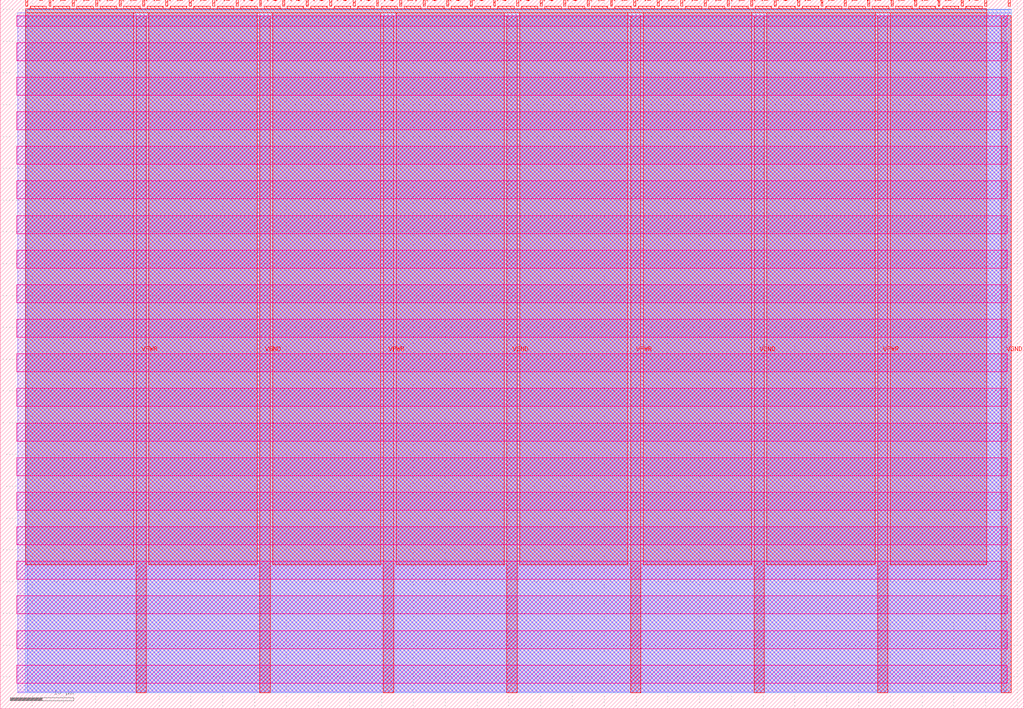
<source format=lef>
VERSION 5.7 ;
  NOWIREEXTENSIONATPIN ON ;
  DIVIDERCHAR "/" ;
  BUSBITCHARS "[]" ;
MACRO tt_um_alexsegura_pong
  CLASS BLOCK ;
  FOREIGN tt_um_alexsegura_pong ;
  ORIGIN 0.000 0.000 ;
  SIZE 161.000 BY 111.520 ;
  PIN VGND
    DIRECTION INOUT ;
    USE GROUND ;
    PORT
      LAYER met4 ;
        RECT 40.830 2.480 42.430 109.040 ;
    END
    PORT
      LAYER met4 ;
        RECT 79.700 2.480 81.300 109.040 ;
    END
    PORT
      LAYER met4 ;
        RECT 118.570 2.480 120.170 109.040 ;
    END
    PORT
      LAYER met4 ;
        RECT 157.440 2.480 159.040 109.040 ;
    END
  END VGND
  PIN VPWR
    DIRECTION INOUT ;
    USE POWER ;
    PORT
      LAYER met4 ;
        RECT 21.395 2.480 22.995 109.040 ;
    END
    PORT
      LAYER met4 ;
        RECT 60.265 2.480 61.865 109.040 ;
    END
    PORT
      LAYER met4 ;
        RECT 99.135 2.480 100.735 109.040 ;
    END
    PORT
      LAYER met4 ;
        RECT 138.005 2.480 139.605 109.040 ;
    END
  END VPWR
  PIN clk
    DIRECTION INPUT ;
    USE SIGNAL ;
    ANTENNAGATEAREA 0.852000 ;
    PORT
      LAYER met4 ;
        RECT 154.870 110.520 155.170 111.520 ;
    END
  END clk
  PIN ena
    DIRECTION INPUT ;
    USE SIGNAL ;
    PORT
      LAYER met4 ;
        RECT 158.550 110.520 158.850 111.520 ;
    END
  END ena
  PIN rst_n
    DIRECTION INPUT ;
    USE SIGNAL ;
    ANTENNAGATEAREA 0.126000 ;
    PORT
      LAYER met4 ;
        RECT 151.190 110.520 151.490 111.520 ;
    END
  END rst_n
  PIN ui_in[0]
    DIRECTION INPUT ;
    USE SIGNAL ;
    ANTENNAGATEAREA 0.196500 ;
    PORT
      LAYER met4 ;
        RECT 147.510 110.520 147.810 111.520 ;
    END
  END ui_in[0]
  PIN ui_in[1]
    DIRECTION INPUT ;
    USE SIGNAL ;
    ANTENNAGATEAREA 0.196500 ;
    PORT
      LAYER met4 ;
        RECT 143.830 110.520 144.130 111.520 ;
    END
  END ui_in[1]
  PIN ui_in[2]
    DIRECTION INPUT ;
    USE SIGNAL ;
    ANTENNAGATEAREA 0.196500 ;
    PORT
      LAYER met4 ;
        RECT 140.150 110.520 140.450 111.520 ;
    END
  END ui_in[2]
  PIN ui_in[3]
    DIRECTION INPUT ;
    USE SIGNAL ;
    ANTENNAGATEAREA 0.196500 ;
    PORT
      LAYER met4 ;
        RECT 136.470 110.520 136.770 111.520 ;
    END
  END ui_in[3]
  PIN ui_in[4]
    DIRECTION INPUT ;
    USE SIGNAL ;
    PORT
      LAYER met4 ;
        RECT 132.790 110.520 133.090 111.520 ;
    END
  END ui_in[4]
  PIN ui_in[5]
    DIRECTION INPUT ;
    USE SIGNAL ;
    PORT
      LAYER met4 ;
        RECT 129.110 110.520 129.410 111.520 ;
    END
  END ui_in[5]
  PIN ui_in[6]
    DIRECTION INPUT ;
    USE SIGNAL ;
    PORT
      LAYER met4 ;
        RECT 125.430 110.520 125.730 111.520 ;
    END
  END ui_in[6]
  PIN ui_in[7]
    DIRECTION INPUT ;
    USE SIGNAL ;
    PORT
      LAYER met4 ;
        RECT 121.750 110.520 122.050 111.520 ;
    END
  END ui_in[7]
  PIN uio_in[0]
    DIRECTION INPUT ;
    USE SIGNAL ;
    PORT
      LAYER met4 ;
        RECT 118.070 110.520 118.370 111.520 ;
    END
  END uio_in[0]
  PIN uio_in[1]
    DIRECTION INPUT ;
    USE SIGNAL ;
    PORT
      LAYER met4 ;
        RECT 114.390 110.520 114.690 111.520 ;
    END
  END uio_in[1]
  PIN uio_in[2]
    DIRECTION INPUT ;
    USE SIGNAL ;
    PORT
      LAYER met4 ;
        RECT 110.710 110.520 111.010 111.520 ;
    END
  END uio_in[2]
  PIN uio_in[3]
    DIRECTION INPUT ;
    USE SIGNAL ;
    PORT
      LAYER met4 ;
        RECT 107.030 110.520 107.330 111.520 ;
    END
  END uio_in[3]
  PIN uio_in[4]
    DIRECTION INPUT ;
    USE SIGNAL ;
    PORT
      LAYER met4 ;
        RECT 103.350 110.520 103.650 111.520 ;
    END
  END uio_in[4]
  PIN uio_in[5]
    DIRECTION INPUT ;
    USE SIGNAL ;
    PORT
      LAYER met4 ;
        RECT 99.670 110.520 99.970 111.520 ;
    END
  END uio_in[5]
  PIN uio_in[6]
    DIRECTION INPUT ;
    USE SIGNAL ;
    PORT
      LAYER met4 ;
        RECT 95.990 110.520 96.290 111.520 ;
    END
  END uio_in[6]
  PIN uio_in[7]
    DIRECTION INPUT ;
    USE SIGNAL ;
    PORT
      LAYER met4 ;
        RECT 92.310 110.520 92.610 111.520 ;
    END
  END uio_in[7]
  PIN uio_oe[0]
    DIRECTION OUTPUT TRISTATE ;
    USE SIGNAL ;
    PORT
      LAYER met4 ;
        RECT 29.750 110.520 30.050 111.520 ;
    END
  END uio_oe[0]
  PIN uio_oe[1]
    DIRECTION OUTPUT TRISTATE ;
    USE SIGNAL ;
    PORT
      LAYER met4 ;
        RECT 26.070 110.520 26.370 111.520 ;
    END
  END uio_oe[1]
  PIN uio_oe[2]
    DIRECTION OUTPUT TRISTATE ;
    USE SIGNAL ;
    PORT
      LAYER met4 ;
        RECT 22.390 110.520 22.690 111.520 ;
    END
  END uio_oe[2]
  PIN uio_oe[3]
    DIRECTION OUTPUT TRISTATE ;
    USE SIGNAL ;
    PORT
      LAYER met4 ;
        RECT 18.710 110.520 19.010 111.520 ;
    END
  END uio_oe[3]
  PIN uio_oe[4]
    DIRECTION OUTPUT TRISTATE ;
    USE SIGNAL ;
    PORT
      LAYER met4 ;
        RECT 15.030 110.520 15.330 111.520 ;
    END
  END uio_oe[4]
  PIN uio_oe[5]
    DIRECTION OUTPUT TRISTATE ;
    USE SIGNAL ;
    PORT
      LAYER met4 ;
        RECT 11.350 110.520 11.650 111.520 ;
    END
  END uio_oe[5]
  PIN uio_oe[6]
    DIRECTION OUTPUT TRISTATE ;
    USE SIGNAL ;
    PORT
      LAYER met4 ;
        RECT 7.670 110.520 7.970 111.520 ;
    END
  END uio_oe[6]
  PIN uio_oe[7]
    DIRECTION OUTPUT TRISTATE ;
    USE SIGNAL ;
    PORT
      LAYER met4 ;
        RECT 3.990 110.520 4.290 111.520 ;
    END
  END uio_oe[7]
  PIN uio_out[0]
    DIRECTION OUTPUT TRISTATE ;
    USE SIGNAL ;
    PORT
      LAYER met4 ;
        RECT 59.190 110.520 59.490 111.520 ;
    END
  END uio_out[0]
  PIN uio_out[1]
    DIRECTION OUTPUT TRISTATE ;
    USE SIGNAL ;
    PORT
      LAYER met4 ;
        RECT 55.510 110.520 55.810 111.520 ;
    END
  END uio_out[1]
  PIN uio_out[2]
    DIRECTION OUTPUT TRISTATE ;
    USE SIGNAL ;
    PORT
      LAYER met4 ;
        RECT 51.830 110.520 52.130 111.520 ;
    END
  END uio_out[2]
  PIN uio_out[3]
    DIRECTION OUTPUT TRISTATE ;
    USE SIGNAL ;
    PORT
      LAYER met4 ;
        RECT 48.150 110.520 48.450 111.520 ;
    END
  END uio_out[3]
  PIN uio_out[4]
    DIRECTION OUTPUT TRISTATE ;
    USE SIGNAL ;
    PORT
      LAYER met4 ;
        RECT 44.470 110.520 44.770 111.520 ;
    END
  END uio_out[4]
  PIN uio_out[5]
    DIRECTION OUTPUT TRISTATE ;
    USE SIGNAL ;
    PORT
      LAYER met4 ;
        RECT 40.790 110.520 41.090 111.520 ;
    END
  END uio_out[5]
  PIN uio_out[6]
    DIRECTION OUTPUT TRISTATE ;
    USE SIGNAL ;
    PORT
      LAYER met4 ;
        RECT 37.110 110.520 37.410 111.520 ;
    END
  END uio_out[6]
  PIN uio_out[7]
    DIRECTION OUTPUT TRISTATE ;
    USE SIGNAL ;
    PORT
      LAYER met4 ;
        RECT 33.430 110.520 33.730 111.520 ;
    END
  END uio_out[7]
  PIN uo_out[0]
    DIRECTION OUTPUT TRISTATE ;
    USE SIGNAL ;
    ANTENNADIFFAREA 0.445500 ;
    PORT
      LAYER met4 ;
        RECT 88.630 110.520 88.930 111.520 ;
    END
  END uo_out[0]
  PIN uo_out[1]
    DIRECTION OUTPUT TRISTATE ;
    USE SIGNAL ;
    ANTENNADIFFAREA 0.445500 ;
    PORT
      LAYER met4 ;
        RECT 84.950 110.520 85.250 111.520 ;
    END
  END uo_out[1]
  PIN uo_out[2]
    DIRECTION OUTPUT TRISTATE ;
    USE SIGNAL ;
    ANTENNADIFFAREA 0.445500 ;
    PORT
      LAYER met4 ;
        RECT 81.270 110.520 81.570 111.520 ;
    END
  END uo_out[2]
  PIN uo_out[3]
    DIRECTION OUTPUT TRISTATE ;
    USE SIGNAL ;
    ANTENNADIFFAREA 0.445500 ;
    PORT
      LAYER met4 ;
        RECT 77.590 110.520 77.890 111.520 ;
    END
  END uo_out[3]
  PIN uo_out[4]
    DIRECTION OUTPUT TRISTATE ;
    USE SIGNAL ;
    ANTENNADIFFAREA 0.445500 ;
    PORT
      LAYER met4 ;
        RECT 73.910 110.520 74.210 111.520 ;
    END
  END uo_out[4]
  PIN uo_out[5]
    DIRECTION OUTPUT TRISTATE ;
    USE SIGNAL ;
    ANTENNADIFFAREA 0.445500 ;
    PORT
      LAYER met4 ;
        RECT 70.230 110.520 70.530 111.520 ;
    END
  END uo_out[5]
  PIN uo_out[6]
    DIRECTION OUTPUT TRISTATE ;
    USE SIGNAL ;
    ANTENNADIFFAREA 0.445500 ;
    PORT
      LAYER met4 ;
        RECT 66.550 110.520 66.850 111.520 ;
    END
  END uo_out[6]
  PIN uo_out[7]
    DIRECTION OUTPUT TRISTATE ;
    USE SIGNAL ;
    ANTENNADIFFAREA 0.795200 ;
    PORT
      LAYER met4 ;
        RECT 62.870 110.520 63.170 111.520 ;
    END
  END uo_out[7]
  OBS
      LAYER nwell ;
        RECT 2.570 107.385 158.430 108.990 ;
        RECT 2.570 101.945 158.430 104.775 ;
        RECT 2.570 96.505 158.430 99.335 ;
        RECT 2.570 91.065 158.430 93.895 ;
        RECT 2.570 85.625 158.430 88.455 ;
        RECT 2.570 80.185 158.430 83.015 ;
        RECT 2.570 74.745 158.430 77.575 ;
        RECT 2.570 69.305 158.430 72.135 ;
        RECT 2.570 63.865 158.430 66.695 ;
        RECT 2.570 58.425 158.430 61.255 ;
        RECT 2.570 52.985 158.430 55.815 ;
        RECT 2.570 47.545 158.430 50.375 ;
        RECT 2.570 42.105 158.430 44.935 ;
        RECT 2.570 36.665 158.430 39.495 ;
        RECT 2.570 31.225 158.430 34.055 ;
        RECT 2.570 25.785 158.430 28.615 ;
        RECT 2.570 20.345 158.430 23.175 ;
        RECT 2.570 14.905 158.430 17.735 ;
        RECT 2.570 9.465 158.430 12.295 ;
        RECT 2.570 4.025 158.430 6.855 ;
      LAYER li1 ;
        RECT 2.760 2.635 158.240 108.885 ;
      LAYER met1 ;
        RECT 2.760 2.480 159.040 109.440 ;
      LAYER met2 ;
        RECT 4.230 2.535 159.010 110.005 ;
      LAYER met3 ;
        RECT 3.950 2.555 159.030 109.985 ;
      LAYER met4 ;
        RECT 4.690 110.120 7.270 110.520 ;
        RECT 8.370 110.120 10.950 110.520 ;
        RECT 12.050 110.120 14.630 110.520 ;
        RECT 15.730 110.120 18.310 110.520 ;
        RECT 19.410 110.120 21.990 110.520 ;
        RECT 23.090 110.120 25.670 110.520 ;
        RECT 26.770 110.120 29.350 110.520 ;
        RECT 30.450 110.120 33.030 110.520 ;
        RECT 34.130 110.120 36.710 110.520 ;
        RECT 37.810 110.120 40.390 110.520 ;
        RECT 41.490 110.120 44.070 110.520 ;
        RECT 45.170 110.120 47.750 110.520 ;
        RECT 48.850 110.120 51.430 110.520 ;
        RECT 52.530 110.120 55.110 110.520 ;
        RECT 56.210 110.120 58.790 110.520 ;
        RECT 59.890 110.120 62.470 110.520 ;
        RECT 63.570 110.120 66.150 110.520 ;
        RECT 67.250 110.120 69.830 110.520 ;
        RECT 70.930 110.120 73.510 110.520 ;
        RECT 74.610 110.120 77.190 110.520 ;
        RECT 78.290 110.120 80.870 110.520 ;
        RECT 81.970 110.120 84.550 110.520 ;
        RECT 85.650 110.120 88.230 110.520 ;
        RECT 89.330 110.120 91.910 110.520 ;
        RECT 93.010 110.120 95.590 110.520 ;
        RECT 96.690 110.120 99.270 110.520 ;
        RECT 100.370 110.120 102.950 110.520 ;
        RECT 104.050 110.120 106.630 110.520 ;
        RECT 107.730 110.120 110.310 110.520 ;
        RECT 111.410 110.120 113.990 110.520 ;
        RECT 115.090 110.120 117.670 110.520 ;
        RECT 118.770 110.120 121.350 110.520 ;
        RECT 122.450 110.120 125.030 110.520 ;
        RECT 126.130 110.120 128.710 110.520 ;
        RECT 129.810 110.120 132.390 110.520 ;
        RECT 133.490 110.120 136.070 110.520 ;
        RECT 137.170 110.120 139.750 110.520 ;
        RECT 140.850 110.120 143.430 110.520 ;
        RECT 144.530 110.120 147.110 110.520 ;
        RECT 148.210 110.120 150.790 110.520 ;
        RECT 151.890 110.120 154.470 110.520 ;
        RECT 3.975 109.440 155.185 110.120 ;
        RECT 3.975 22.615 20.995 109.440 ;
        RECT 23.395 22.615 40.430 109.440 ;
        RECT 42.830 22.615 59.865 109.440 ;
        RECT 62.265 22.615 79.300 109.440 ;
        RECT 81.700 22.615 98.735 109.440 ;
        RECT 101.135 22.615 118.170 109.440 ;
        RECT 120.570 22.615 137.605 109.440 ;
        RECT 140.005 22.615 155.185 109.440 ;
  END
END tt_um_alexsegura_pong
END LIBRARY


</source>
